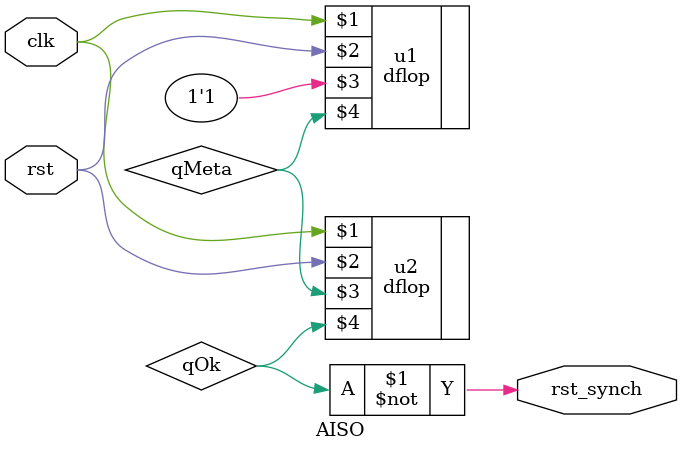
<source format=v>
`timescale 1ns / 1ps
module AISO(clk, rst, rst_synch);
   input clk, rst;
   output rst_synch;

   wire qMeta, qOk;
   
   assign rst_synch = ~qOk;

   //dflop(clk, rst, d, q)
   dflop u1 (clk, rst, 1'b1, qMeta);
   dflop u2 (clk, rst, qMeta, qOk);
   

endmodule 
</source>
